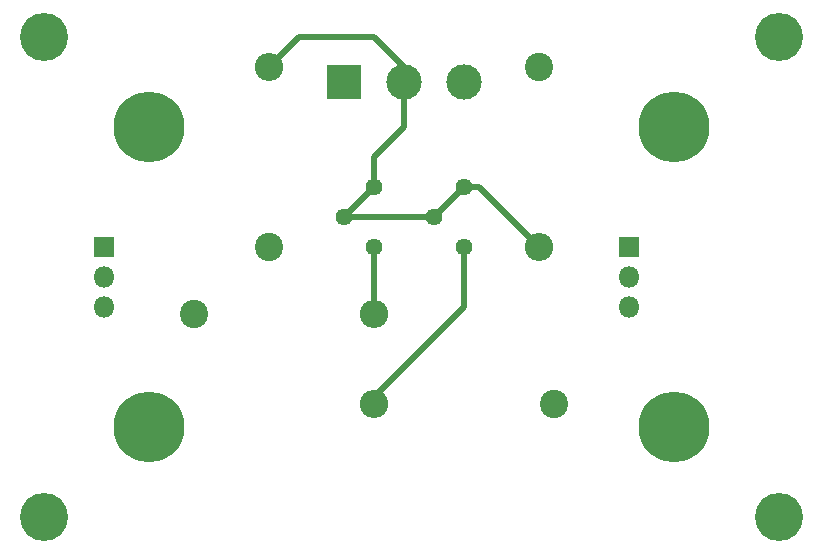
<source format=gbr>
G04 #@! TF.FileFunction,Copper,L1,Top,Signal*
%FSLAX46Y46*%
G04 Gerber Fmt 4.6, Leading zero omitted, Abs format (unit mm)*
G04 Created by KiCad (PCBNEW 4.0.7) date Tuesday, March 20, 2018 'PMt' 01:52:30 PM*
%MOMM*%
%LPD*%
G01*
G04 APERTURE LIST*
%ADD10C,0.100000*%
%ADD11C,5.999480*%
%ADD12C,1.440000*%
%ADD13R,3.000000X3.000000*%
%ADD14C,3.000000*%
%ADD15R,1.800000X1.800000*%
%ADD16O,1.800000X1.800000*%
%ADD17C,2.400000*%
%ADD18O,2.400000X2.400000*%
%ADD19C,4.064000*%
%ADD20C,0.500000*%
G04 APERTURE END LIST*
D10*
D11*
X124460000Y-100330000D03*
X124460000Y-125730000D03*
D12*
X151130000Y-105410000D03*
X148590000Y-107950000D03*
X151130000Y-110490000D03*
D13*
X140970000Y-96520000D03*
D14*
X146050000Y-96520000D03*
X151130000Y-96520000D03*
D15*
X120650000Y-110490000D03*
D16*
X120650000Y-113030000D03*
X120650000Y-115570000D03*
D15*
X165100000Y-110490000D03*
D16*
X165100000Y-113030000D03*
X165100000Y-115570000D03*
D17*
X134620000Y-110490000D03*
D18*
X134620000Y-95250000D03*
D17*
X128270000Y-116205000D03*
D18*
X143510000Y-116205000D03*
D17*
X157480000Y-95250000D03*
D18*
X157480000Y-110490000D03*
D17*
X158750000Y-123825000D03*
D18*
X143510000Y-123825000D03*
D12*
X143510000Y-105410000D03*
X140970000Y-107950000D03*
X143510000Y-110490000D03*
D19*
X177800000Y-92710000D03*
X115570000Y-92710000D03*
X177800000Y-133350000D03*
X115570000Y-133350000D03*
D11*
X168910000Y-100330000D03*
X168910000Y-125730000D03*
D20*
X151130000Y-105410000D02*
X152400000Y-105410000D01*
X152400000Y-105410000D02*
X157480000Y-110490000D01*
X148590000Y-107950000D02*
X151130000Y-105410000D01*
X140970000Y-107950000D02*
X148590000Y-107950000D01*
X143510000Y-105410000D02*
X140970000Y-107950000D01*
X143510000Y-105410000D02*
X143510000Y-102870000D01*
X146050000Y-100330000D02*
X146050000Y-96520000D01*
X143510000Y-102870000D02*
X146050000Y-100330000D01*
X134620000Y-95250000D02*
X137160000Y-92710000D01*
X143510000Y-92710000D02*
X146050000Y-95250000D01*
X137160000Y-92710000D02*
X143510000Y-92710000D01*
X146050000Y-95250000D02*
X146050000Y-96520000D01*
X143510000Y-110490000D02*
X143510000Y-116205000D01*
X143510000Y-123825000D02*
X143510000Y-123190000D01*
X143510000Y-123190000D02*
X151130000Y-115570000D01*
X151130000Y-115570000D02*
X151130000Y-110490000D01*
M02*

</source>
